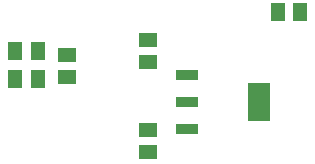
<source format=gbr>
G04 EAGLE Gerber RS-274X export*
G75*
%MOMM*%
%FSLAX34Y34*%
%LPD*%
%INSolderpaste Bottom*%
%IPPOS*%
%AMOC8*
5,1,8,0,0,1.08239X$1,22.5*%
G01*
%ADD10R,1.900000X0.900000*%
%ADD11R,1.900000X3.200000*%
%ADD12R,1.500000X1.300000*%
%ADD13R,1.300000X1.500000*%


D10*
X298110Y64630D03*
X298110Y87630D03*
X298110Y110630D03*
D11*
X359110Y87630D03*
D12*
X265110Y140310D03*
X265110Y121310D03*
X265110Y45110D03*
X265110Y64110D03*
X196850Y127610D03*
X196850Y108610D03*
D13*
X172060Y131380D03*
X172060Y107380D03*
X153060Y107380D03*
X153060Y131380D03*
X375310Y163830D03*
X394310Y163830D03*
M02*

</source>
